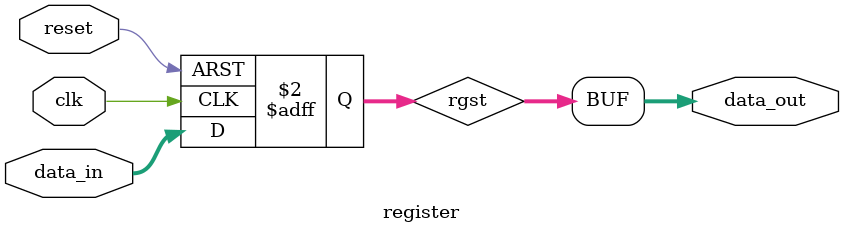
<source format=v>
`default_nettype none
module processor( input         clk, reset,
                  output [31:0] PC,
                  input  [31:0] instruction,
                  output        WE,
                  output [31:0] address_to_mem,
                  output [31:0] data_to_mem,
                  input  [31:0] data_from_mem
                );
    //... write your code here ...
    wire BranchBeq;
    wire BranchBlt;
    wire BranchJal;
    wire RegWrite;
    wire BranchJalr;
    wire MemToReg;
    wire MemWrite;
    wire [3:0] ALUControl;
    wire ALUSrc;
    wire [2:0] immControl;
    wire luiSignal;
    wire auipcSignal;

    control_unit control_unit_inst (   .instruction ( instruction ), 
                                       .BranchBeq ( BranchBeq ), 
                                       .BranchBlt ( BranchBlt ), 
                                       .BranchJal ( BranchJal ), 
                                       .RegWrite ( RegWrite ), 
                                       .BranchJalr ( BranchJalr ), 
                                       .MemToReg ( MemToReg ), 
                                       .MemWrite ( MemWrite ), 
                                       .ALUControl ( ALUControl ), 
                                       .ALUSrc ( ALUSrc ), 
                                       .immControl ( immControl ),
                                       .luiSignal ( luiSignal ), 
                                       .auipcSignal ( auipcSignal )
                        ); 
    data_path  data_path_inst   (      .clk ( clk ), 
                                       .reset ( reset ), 
                                       .instruction ( instruction ), 
                                       .data_from_mem ( data_from_mem ), 
                                       .PC ( PC ), 
                                       .address_to_mem ( address_to_mem ),
                                       .data_to_mem ( data_to_mem ),
                                       .BranchBeq ( BranchBeq ), 
                                       .BranchBlt ( BranchBlt ), 
                                       .BranchJal ( BranchJal ), 
                                       .RegWrite ( RegWrite ), 
                                       .BranchJalr ( BranchJalr ), 
                                       .MemToReg ( MemToReg ), 
                                       .MemWrite ( MemWrite ), 
                                       .ALUControl ( ALUControl ), 
                                       .ALUSrc ( ALUSrc ), 
                                       .immControl ( immControl ),
                                       .luiSignal ( luiSignal ), 
                                       .auipcSignal ( auipcSignal )
                                ); 
    assign WE = MemWrite;
endmodule

//... add new Verilog modules here ...

module control_unit (   input   [31:0]   instruction, 
                        output           BranchBeq, 
                        output           BranchBlt, 
                        output           BranchJal, 
                        output           RegWrite, 
                        output           BranchJalr, 
                        output           MemToReg, 
                        output           MemWrite, 
                        output   [3:0]   ALUControl, 
                        output           ALUSrc, 
                        output   [2:0]   immControl,
                        output           luiSignal, 
                        output           auipcSignal
                    ); 
    reg [6:0] opcode;
    reg [2:0] funct3;
    reg [6:0] funct7;

    reg BranchBeq_res ;
    reg BranchBlt_res ;
    reg BranchJal_res ;
    reg RegWrite_res ;
    reg BranchJalr_res ;
    reg MemToReg_res ;
    reg MemWrite_res ;
    reg [3:0] ALUControl_res ;
    reg ALUSrc_res ;
    reg [2:0] immControl_res;
    reg luiSignal_res ;
    reg auipcSignal_res;

    always @(*) begin
        // initialization
        opcode = instruction[6:0];
        funct3 = instruction[14:12];
        funct7 = instruction[31:25];

        BranchBeq_res = 0;
        BranchBlt_res = 0;
        BranchJal_res = 0;
        RegWrite_res = 0;
        BranchJalr_res = 0;
        MemToReg_res = 0;
        MemWrite_res = 0;
        ALUControl_res = 0;
        ALUSrc_res = 0;
        immControl_res= 0;
        luiSignal_res = 0;
        auipcSignal_res= 0;


        case ( opcode )
            // R-type
            7'b0110011: begin
                RegWrite_res = 1;
                case (funct3)
                    // addsub
                    3'b000: begin
                        case (funct7)
                            // add 
                            7'b0000000: begin
                                ALUControl_res = 0;
                            end

                            //sub
                            7'b0100000: begin
                                ALUControl_res = 1;
                            end
                        endcase
                    end
                    // and
                    3'b111: begin
                        ALUControl_res = 2;
                    end

                    // slt
                    3'b010: begin
                        ALUControl_res = 3;
                    end

                    // div
                    3'b100: begin
                        ALUControl_res = 4;
                    end

                    //rem
                    3'b110: begin
                        ALUControl_res = 5;
                    end

                    // sll
                    3'b001: begin
                        ALUControl_res = 6;
                    end

                    // srl or sra
                    3'b101: begin
                        case ( funct7 ) 
                            // srl
                            7'b0000000: begin
                                ALUControl_res = 7;
                            end
                            // sra
                            7'b0100000: begin
                                ALUControl_res = 8;
                            end
                        endcase
                    end

                endcase
            end
            // I-type: ALU-imm (addi)
            7'b0010011: begin
                immControl_res = 0;
                ALUSrc_res = 1;
                ALUControl_res = 0; // addition
                RegWrite_res = 1;
            end

            // B-type: Brunch
            7'b1100011: begin
                immControl_res = 2;
                ALUSrc_res = 0; // should be zero!!!!!
                case ( funct3 ) 
                    // beq
                    3'b000: begin
                        BranchBeq_res = 1;
                        // BranchBlt_res = 0;
                        ALUControl_res = 1; // subtraction
                    end

                    // blt
                    3'b100: begin
                        // BranchBeq_res = 0;
                        BranchBlt_res = 1;
                        ALUControl_res = 3; // slt
                    end
                endcase
            end
            
            // I-type: Memory load  (lw)
            7'b0000011: begin
                immControl_res = 0;
                ALUSrc_res = 1;
                MemToReg_res = 1;
                RegWrite_res = 1;
            end
            
            // S-type: Memory store (sw)
            7'b0100011: begin
                immControl_res = 1;
                ALUSrc_res = 1;
                ALUControl_res = 0;  // addition
                MemWrite_res = 1;
            end

            // undef lui    U-type
            7'b0110111: begin
                immControl_res = 3;
                RegWrite_res = 1;
                // luiSignal!!!!!
                luiSignal_res = 1;
            end
            
            // J-type: jal
            7'b1101111: begin
                immControl_res = 4;
                RegWrite_res = 1;
                BranchJal_res = 1;
            end

            // I-type: jalr // jalr is NOT J-type!!!! jalr is I-type!!!
            7'b1100111: begin
                immControl_res = 0;
                ALUSrc_res = 1;
                ALUControl_res = 0; // addition
                RegWrite_res = 1;
                BranchJalr_res = 1;
            end

            // undef auipc      U-type
            7'b0010111: begin
                immControl_res = 3;
                RegWrite_res = 1;
                // auipcSignal!!!!
                auipcSignal_res = 1;
            end

        endcase
    end

    assign BranchBeq = BranchBeq_res ;
    assign BranchBlt = BranchBlt_res ;
    assign BranchJal = BranchJal_res ;
    assign RegWrite = RegWrite_res ;
    assign BranchJalr = BranchJalr_res ;
    assign MemToReg = MemToReg_res ;
    assign MemWrite = MemWrite_res ;
    assign ALUControl = ALUControl_res ;
    assign ALUSrc = ALUSrc_res ;
    assign immControl= immControl_res;
    assign luiSignal = luiSignal_res ;
    assign auipcSignal= auipcSignal_res;

endmodule

module data_path    (   input           clk, reset, 
                        input  [31:0]   instruction, 
                        input  [31:0]   data_from_mem, 
                        output [31:0]   PC, 
                        output [31:0]   address_to_mem,
                        output [31:0]   data_to_mem,
                        input           BranchBeq, 
                        input           BranchBlt, 
                        input           BranchJal, 
                        input           RegWrite, 
                        input           BranchJalr, 
                        input           MemToReg, 
                        input           MemWrite, 
                        input   [3:0]   ALUControl, 
                        input           ALUSrc, 
                        input   [2:0]   immControl,
                        input           luiSignal, 
                        input           auipcSignal 
                    ); 
    wire [31:0] data_to_reg,
                rs1, 
                rs2;
    gpr_set gpr_set_inst    (   .clk ( clk ), 
                                .we3 ( RegWrite ), 
                                .a1 ( instruction[19:15] ),
                                .a2 ( instruction[24:20] ),
                                .a3 ( instruction[11:7]  ),
                                .wd3 ( data_to_reg ), 
                                .rd1 ( rs1 ), 
                                .rd2 ( rs2 ) 
                            );

    wire [31:0] ImmOp;
    imm_decode imm_decode_inst  (   .imm_ctrl ( immControl ),   // immediate control
                                    .inst ( instruction ),  // imm from instruction
                                    .imm_out ( ImmOp ) 
                                );

    wire [31:0] SrcA, SrcB;
    assign SrcA = rs1;
    assign SrcB = ALUSrc ? ImmOp : rs2  ;
    wire [31:0] ALUOut;
    wire zeroFlag, lessThanFlag;

    alu alu_inst    (   .alu_ctrl ( ALUControl ),
                        .src_a ( SrcA ), 
                        .src_b ( SrcB ), 
                        .alu_out ( ALUOut ), 
                        .zero ( zeroFlag ), 
                        .lessThan ( lessThanFlag )
                    );

    wire [31:0] ImmPcSum;
    assign ImmPcSum = $signed(ImmOp) + PC;      // should ImmOp be signed?

    wire [31:0] BranchTarget;
    assign BranchTarget = BranchJalr ? ALUOut : ImmPcSum ;

    wire BranchJalx;
    assign BranchJalx = BranchJal | BranchJalr  ;

    wire [31:0] PCPlus4;
    assign PCPlus4 = PC + 4;

    wire [31:0] ALUOut_PCPlus4_res;
    assign ALUOut_PCPlus4_res = BranchJalx ? PCPlus4 : ALUOut;

    wire [31:0] res;
    assign res = MemToReg ? data_from_mem : ALUOut_PCPlus4_res  ;
    reg [31:0] data_to_reg_res;
    always @ ( * ) begin
        data_to_reg_res = luiSignal ? ImmOp : auipcSignal ? ImmPcSum : res ;
    end
    assign data_to_reg = data_to_reg_res;


    wire BranchBeq_res = BranchBeq & zeroFlag ;
    wire BranchBlt_res = BranchBlt & lessThanFlag ;

    
    wire BranchOutcome;
    assign BranchOutcome = BranchJalx | BranchBeq_res | BranchBlt_res ;

    wire [31:0] PCn;
    assign PCn = BranchOutcome ? BranchTarget : PCPlus4 ;

    register register_inst  (   .data_in ( PCn ), 
                                .clk ( clk ),
                                .reset ( reset ),
                                .data_out ( PC ) 
                            );

    assign address_to_mem = ALUOut;    // critical mistake!!!
    assign data_to_mem = rs2;
endmodule

module gpr_set (    input clk, we3, 
                    input [4:0] a1, a2, a3, 
                    input [31:0] wd3, 
                    output [31:0] rd1, rd2 
                );
    reg [31:0] registers [31:0];

    always @(posedge clk) begin
        registers[0] = 0;
        if ( we3 ) begin
            registers[a3] = wd3;
        end
        registers[0] = 0;
    end

    assign rd1 = registers[a1];
    assign rd2 = registers[a2];

endmodule

module imm_decode   (   input [2:0] imm_ctrl,   // immediate control
                        input [31:0] inst,  // imm from instruction
                        output [31:0] imm_out 
                    );
    reg [31:0] res;
    reg zero;
    always @(*) begin
        res = 0;
        zero = 0;
        case ( imm_ctrl ) 
            0: begin
                // I-immediate
                res = {{21{inst[31]}}, inst[30:20] };
            end
            1: begin
                // S-immediate
                res = {{21{inst[31]}}, inst[30:25], inst[11:8], inst[7] };
            end 
            2: begin
                // B-immediate
                res = {{20{inst[31]}}, inst[7], inst[30:25], inst[11:8], zero };
            end
            3: begin
                // U-immediate
                res = {inst[31], inst[30:20], inst[19:12], {12{zero}} };
            end
            4: begin
                // J-immediate
                res = {{12{inst[31]}}, inst[19:12], inst[20], inst[30:21], zero };
            end
            // 5: begin
            //     // for lui and auipc
            //     res = {inst[31:12], {20{zero}}};
            // end
            default: begin
                res = 0;
            end
        endcase
    end
    
    assign imm_out = res;
    
endmodule

module alu  (   input [3:0] alu_ctrl,
                input [31:0] src_a, src_b, 
                output [31:0] alu_out, 
                output zero, 
                output lessThan
            );
    reg [31:0] res;
    reg zero_res;
    reg lessThan_res;
    always @(*) begin
        zero_res = 0;
        lessThan_res = 0;
        case ( alu_ctrl ) 
            0:  begin
                // addition
                res = $signed(src_a) + $signed(src_b);
            end
            1: begin
                // subtraction
                res = $signed(src_a) - $signed(src_b);
            end
            2: begin
                // and 
                res = src_a & src_b;
            end
            3: begin
                // slt
                res = ($signed(src_a)) < ($signed(src_b)) ? 1 : 0;
                lessThan_res = res;
            end
            4: begin
                // div
                res = $signed(src_a) / $signed(src_b);
            end
            5: begin
                // rem
                res = $signed(src_a) % $signed(src_b);
            end
            6: begin
                // sll
                res = src_a << src_b;
            end
            7: begin
                // srl
                res = $unsigned(src_a) >> src_b;
            end
            8: begin
                // sra
                res = $signed(src_a) >>> src_b; // maybe wrong? just >> ?
            end             
            default:  begin
                res = 0;
            end
        endcase
        zero_res = res == 0 ? 1 : 0;
    end
    assign alu_out = res;
    assign zero = zero_res;
    assign lessThan = lessThan_res;
endmodule

module register (   input [31:0] data_in, 
                    input clk,
                    input reset,
                    output [31:0] data_out 
                );
    reg [31:0] rgst;
    assign data_out = rgst;

    always @(posedge clk, posedge reset ) begin
        if ( reset ) begin
            rgst = 0;
        end
        else begin
            rgst = data_in;
        end
    end
endmodule

`default_nettype wire
</source>
